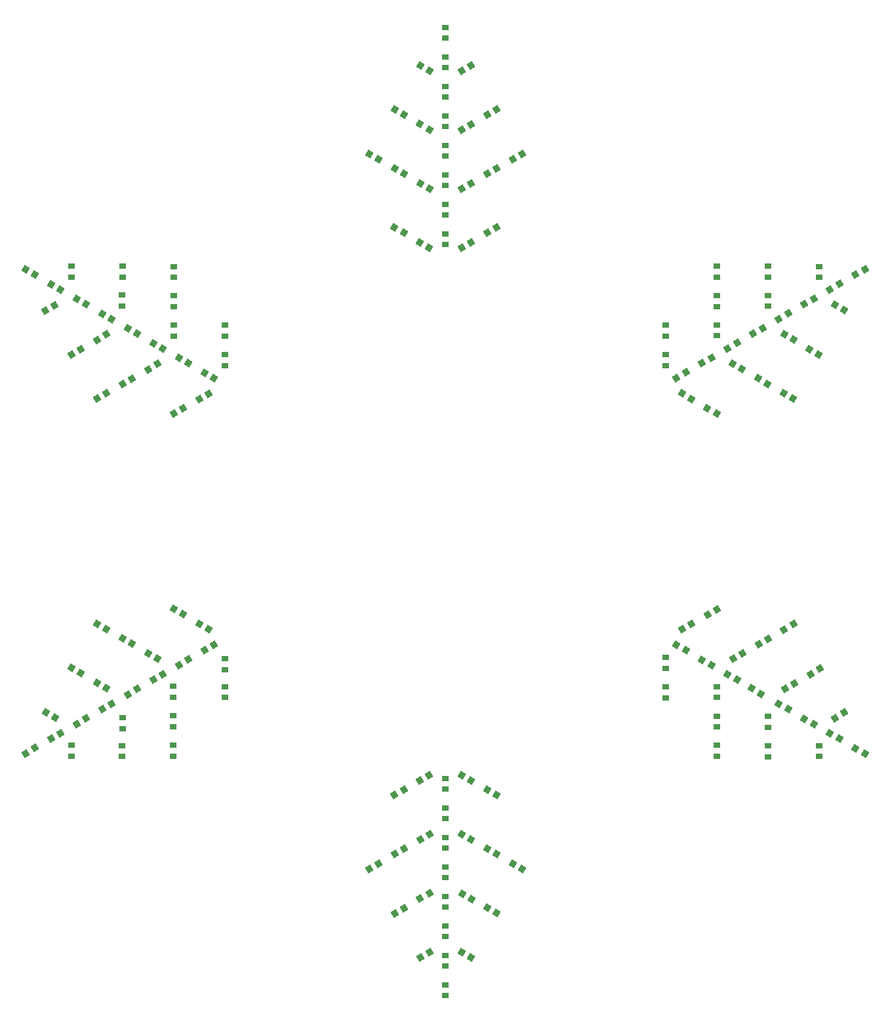
<source format=gtp>
G04*
G04 #@! TF.GenerationSoftware,Altium Limited,Altium Designer,18.1.9 (240)*
G04*
G04 Layer_Color=8421504*
%FSLAX25Y25*%
%MOIN*%
G70*
G01*
G75*
G04:AMPARAMS|DCode=12|XSize=33.47mil|YSize=31.5mil|CornerRadius=0mil|HoleSize=0mil|Usage=FLASHONLY|Rotation=240.000|XOffset=0mil|YOffset=0mil|HoleType=Round|Shape=Rectangle|*
%AMROTATEDRECTD12*
4,1,4,-0.00527,0.02237,0.02200,0.00662,0.00527,-0.02237,-0.02200,-0.00662,-0.00527,0.02237,0.0*
%
%ADD12ROTATEDRECTD12*%

G04:AMPARAMS|DCode=13|XSize=33.47mil|YSize=31.5mil|CornerRadius=0mil|HoleSize=0mil|Usage=FLASHONLY|Rotation=300.000|XOffset=0mil|YOffset=0mil|HoleType=Round|Shape=Rectangle|*
%AMROTATEDRECTD13*
4,1,4,-0.02200,0.00662,0.00527,0.02237,0.02200,-0.00662,-0.00527,-0.02237,-0.02200,0.00662,0.0*
%
%ADD13ROTATEDRECTD13*%

%ADD14R,0.03347X0.03150*%
%ADD15C,0.00394*%
D12*
X275546Y95653D02*
D03*
X270772Y98408D02*
D03*
X275546Y125653D02*
D03*
X270772Y128408D02*
D03*
X283712Y120880D02*
D03*
X288486Y118124D02*
D03*
X301425Y80596D02*
D03*
X296652Y83351D02*
D03*
X283712Y90880D02*
D03*
X288486Y88124D02*
D03*
X283712Y60880D02*
D03*
X288486Y58124D02*
D03*
X275815Y65191D02*
D03*
X271042Y67947D02*
D03*
X275546Y35653D02*
D03*
X270772Y38408D02*
D03*
X249454Y399347D02*
D03*
X254228Y396592D02*
D03*
X384721Y191801D02*
D03*
X379948Y194556D02*
D03*
X392938Y187057D02*
D03*
X397712Y184301D02*
D03*
X410702Y176801D02*
D03*
X405929Y179557D02*
D03*
X241288Y404120D02*
D03*
X236514Y406876D02*
D03*
X129104Y210125D02*
D03*
X124330Y212881D02*
D03*
X395609Y315004D02*
D03*
X400383Y312248D02*
D03*
X223786Y444405D02*
D03*
X228559Y441649D02*
D03*
X137320Y205439D02*
D03*
X142094Y202683D02*
D03*
X387393Y319691D02*
D03*
X382619Y322446D02*
D03*
X241499Y434120D02*
D03*
X236726Y436876D02*
D03*
X85360Y205323D02*
D03*
X90133Y202567D02*
D03*
X439247Y319990D02*
D03*
X434474Y322746D02*
D03*
X140059Y333056D02*
D03*
X144833Y330301D02*
D03*
X249666Y429378D02*
D03*
X254439Y426622D02*
D03*
X103123Y195125D02*
D03*
X98350Y197881D02*
D03*
X421484Y330188D02*
D03*
X426257Y327432D02*
D03*
X131842Y337801D02*
D03*
X127069Y340557D02*
D03*
X111339Y190439D02*
D03*
X116113Y187683D02*
D03*
X413268Y334874D02*
D03*
X408494Y337630D02*
D03*
X114078Y348057D02*
D03*
X118852Y345301D02*
D03*
X77142Y180125D02*
D03*
X72369Y182881D02*
D03*
X418151Y172500D02*
D03*
X422925Y169744D02*
D03*
X105861Y352801D02*
D03*
X101088Y355557D02*
D03*
X85359Y175439D02*
D03*
X90132Y172683D02*
D03*
X59484Y160256D02*
D03*
X64257Y157500D02*
D03*
X436683Y161801D02*
D03*
X431910Y164557D02*
D03*
X444900Y157056D02*
D03*
X449673Y154301D02*
D03*
X462664Y146801D02*
D03*
X457891Y149557D02*
D03*
X470881Y142057D02*
D03*
X475654Y139301D02*
D03*
X53900Y382801D02*
D03*
X49126Y385557D02*
D03*
X465229Y364874D02*
D03*
X460456Y367630D02*
D03*
X62117Y378057D02*
D03*
X66890Y375301D02*
D03*
X447461Y345000D02*
D03*
X452235Y342244D02*
D03*
X249666Y489348D02*
D03*
X254439Y486592D02*
D03*
X439458Y349873D02*
D03*
X434685Y352629D02*
D03*
X88098Y363056D02*
D03*
X92871Y360301D02*
D03*
X241394Y464301D02*
D03*
X236620Y467057D02*
D03*
X79880Y367801D02*
D03*
X75107Y370556D02*
D03*
X249560Y459528D02*
D03*
X254333Y456773D02*
D03*
D13*
X241288Y120880D02*
D03*
X236514Y118124D02*
D03*
X249454Y125653D02*
D03*
X254228Y128408D02*
D03*
X249666Y95653D02*
D03*
X254439Y98408D02*
D03*
X241499Y90880D02*
D03*
X236726Y88124D02*
D03*
X223786Y80596D02*
D03*
X228560Y83351D02*
D03*
X241394Y60699D02*
D03*
X236620Y57943D02*
D03*
X249560Y65472D02*
D03*
X254333Y68227D02*
D03*
X249666Y35653D02*
D03*
X254439Y38408D02*
D03*
X85500Y319854D02*
D03*
X90273Y322609D02*
D03*
X275546Y429348D02*
D03*
X270772Y426592D02*
D03*
X111479Y334738D02*
D03*
X116253Y337494D02*
D03*
X103263Y330051D02*
D03*
X98489Y327296D02*
D03*
X129138Y314868D02*
D03*
X124364Y312112D02*
D03*
X114044Y176937D02*
D03*
X118818Y179693D02*
D03*
X384688Y333193D02*
D03*
X379914Y330437D02*
D03*
X137354Y319554D02*
D03*
X142128Y322310D02*
D03*
X275546Y399347D02*
D03*
X270772Y396592D02*
D03*
X131808Y187193D02*
D03*
X127035Y184437D02*
D03*
X392905Y337937D02*
D03*
X397678Y340693D02*
D03*
X283712Y404120D02*
D03*
X288486Y406876D02*
D03*
X140025Y191937D02*
D03*
X144799Y194693D02*
D03*
X410668Y348193D02*
D03*
X405895Y345437D02*
D03*
X387426Y205303D02*
D03*
X382653Y202547D02*
D03*
X395643Y209989D02*
D03*
X400416Y212745D02*
D03*
X413407Y190303D02*
D03*
X408634Y187547D02*
D03*
X439387Y205187D02*
D03*
X434614Y202431D02*
D03*
X283712Y434120D02*
D03*
X288486Y436876D02*
D03*
X421624Y194989D02*
D03*
X426397Y197745D02*
D03*
X301425Y444404D02*
D03*
X296652Y441648D02*
D03*
X448140Y179774D02*
D03*
X452914Y182530D02*
D03*
X85289Y349736D02*
D03*
X90062Y352492D02*
D03*
X283712Y464120D02*
D03*
X288486Y466876D02*
D03*
X439925Y174871D02*
D03*
X435152Y172115D02*
D03*
X77072Y345050D02*
D03*
X72299Y342295D02*
D03*
X462630Y378193D02*
D03*
X457857Y375437D02*
D03*
X275546Y459347D02*
D03*
X270772Y456592D02*
D03*
X470847Y382937D02*
D03*
X475620Y385693D02*
D03*
X444866Y367937D02*
D03*
X449640Y370693D02*
D03*
X62083Y146937D02*
D03*
X66856Y149693D02*
D03*
X436649Y363193D02*
D03*
X431876Y360437D02*
D03*
X275546Y489348D02*
D03*
X270772Y486592D02*
D03*
X53866Y142193D02*
D03*
X49093Y139437D02*
D03*
X465263Y160119D02*
D03*
X460490Y157363D02*
D03*
X79847Y157193D02*
D03*
X75073Y154437D02*
D03*
X59101Y364500D02*
D03*
X63874Y367256D02*
D03*
X88064Y161937D02*
D03*
X92837Y164693D02*
D03*
X105827Y172193D02*
D03*
X101054Y169437D02*
D03*
X418886Y352937D02*
D03*
X423659Y355693D02*
D03*
D14*
X262500Y121244D02*
D03*
Y126756D02*
D03*
Y111756D02*
D03*
Y106244D02*
D03*
Y91244D02*
D03*
Y96756D02*
D03*
Y81756D02*
D03*
Y76244D02*
D03*
Y61244D02*
D03*
Y66756D02*
D03*
Y51756D02*
D03*
Y46244D02*
D03*
Y21756D02*
D03*
Y16244D02*
D03*
Y31244D02*
D03*
Y36756D02*
D03*
X150316Y173384D02*
D03*
Y167873D02*
D03*
X374381Y182707D02*
D03*
Y188219D02*
D03*
X374347Y342286D02*
D03*
Y336774D02*
D03*
X262500Y433756D02*
D03*
Y428244D02*
D03*
X150500Y182045D02*
D03*
Y187557D02*
D03*
X400517Y158431D02*
D03*
Y152920D02*
D03*
X400378Y366745D02*
D03*
Y372257D02*
D03*
X124419Y357150D02*
D03*
Y351638D02*
D03*
X124279Y168026D02*
D03*
Y173538D02*
D03*
X400567Y137949D02*
D03*
Y143461D02*
D03*
X400428Y387227D02*
D03*
Y381715D02*
D03*
X262500Y403756D02*
D03*
Y398244D02*
D03*
X124229Y158568D02*
D03*
Y153056D02*
D03*
X374431Y173248D02*
D03*
Y167736D02*
D03*
X374397Y351745D02*
D03*
Y357257D02*
D03*
X262500Y413244D02*
D03*
Y418756D02*
D03*
X124179Y138085D02*
D03*
Y143597D02*
D03*
X400467Y167890D02*
D03*
Y173402D02*
D03*
X400328Y357286D02*
D03*
Y351775D02*
D03*
X150400Y342150D02*
D03*
Y336638D02*
D03*
X150350Y351609D02*
D03*
Y357121D02*
D03*
X124319Y387091D02*
D03*
Y381579D02*
D03*
X124369Y366609D02*
D03*
Y372121D02*
D03*
X426309Y372286D02*
D03*
Y366775D02*
D03*
X262500Y443244D02*
D03*
Y448756D02*
D03*
X426359Y381745D02*
D03*
Y387257D02*
D03*
X452395Y387103D02*
D03*
Y381591D02*
D03*
X262500Y463756D02*
D03*
Y458244D02*
D03*
X98500Y151987D02*
D03*
X98500Y157499D02*
D03*
X98173Y372615D02*
D03*
X98173Y367103D02*
D03*
X98145Y143386D02*
D03*
Y137874D02*
D03*
X98388Y381609D02*
D03*
Y387121D02*
D03*
X262500Y473244D02*
D03*
Y478756D02*
D03*
X72318Y138026D02*
D03*
Y143538D02*
D03*
X72457Y387150D02*
D03*
Y381638D02*
D03*
X262500Y503244D02*
D03*
Y508756D02*
D03*
Y493756D02*
D03*
Y488244D02*
D03*
X452429Y137890D02*
D03*
Y143402D02*
D03*
X426552Y152708D02*
D03*
Y158220D02*
D03*
X426602Y143249D02*
D03*
Y137738D02*
D03*
D15*
X262905Y262649D02*
D03*
X259280D02*
D03*
Y259024D02*
D03*
X262905D02*
D03*
M02*

</source>
